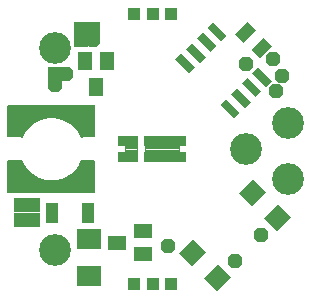
<source format=gts>
G75*
%MOIN*%
%OFA0B0*%
%FSLAX25Y25*%
%IPPOS*%
%LPD*%
%AMOC8*
5,1,8,0,0,1.08239X$1,22.5*
%
%ADD10R,0.05600X0.05600*%
%ADD11C,0.00500*%
%ADD12C,0.00160*%
%ADD13R,0.14380X0.03750*%
%ADD14R,0.06506X0.03750*%
%ADD15C,0.00394*%
%ADD16R,0.04537X0.06112*%
%ADD17R,0.06899X0.06112*%
%ADD18C,0.10600*%
%ADD19R,0.06112X0.04537*%
%ADD20R,0.04143X0.06899*%
%ADD21R,0.04143X0.05718*%
%ADD22R,0.02765X0.06506*%
%ADD23R,0.08080X0.06899*%
%ADD24R,0.04756X0.04756*%
%ADD25OC8,0.04756*%
%ADD26R,0.04362X0.04362*%
D10*
X0086061Y0071189D03*
X0086061Y0094811D03*
D11*
X0088620Y0094793D02*
X0059880Y0094793D01*
X0059880Y0094295D02*
X0088620Y0094295D01*
X0088620Y0093796D02*
X0073209Y0093796D01*
X0072944Y0093838D02*
X0074250Y0093630D01*
X0075549Y0093791D01*
X0076856Y0093747D01*
X0078141Y0093499D01*
X0079371Y0093053D01*
X0080517Y0092420D01*
X0081549Y0091616D01*
X0082442Y0090660D01*
X0083176Y0089576D01*
X0083730Y0088391D01*
X0084093Y0087134D01*
X0088620Y0087134D01*
X0088620Y0097370D01*
X0059880Y0097370D01*
X0059880Y0087134D01*
X0064407Y0087134D01*
X0064729Y0088417D01*
X0065257Y0089629D01*
X0065977Y0090739D01*
X0066869Y0091716D01*
X0067909Y0092533D01*
X0069069Y0093168D01*
X0070318Y0093604D01*
X0071621Y0093830D01*
X0072944Y0093838D01*
X0071427Y0093796D02*
X0059880Y0093796D01*
X0059880Y0093298D02*
X0069441Y0093298D01*
X0068396Y0092799D02*
X0059880Y0092799D01*
X0059880Y0092301D02*
X0067614Y0092301D01*
X0066979Y0091802D02*
X0059880Y0091802D01*
X0059880Y0091303D02*
X0066493Y0091303D01*
X0066037Y0090805D02*
X0059880Y0090805D01*
X0059880Y0090306D02*
X0065697Y0090306D01*
X0065373Y0089808D02*
X0059880Y0089808D01*
X0059880Y0089309D02*
X0065118Y0089309D01*
X0064901Y0088811D02*
X0059880Y0088811D01*
X0059880Y0088312D02*
X0064703Y0088312D01*
X0064578Y0087814D02*
X0059880Y0087814D01*
X0059880Y0087315D02*
X0064453Y0087315D01*
X0059880Y0095292D02*
X0088620Y0095292D01*
X0088620Y0095790D02*
X0059880Y0095790D01*
X0059880Y0096289D02*
X0088620Y0096289D01*
X0088620Y0096787D02*
X0059880Y0096787D01*
X0059880Y0097286D02*
X0088620Y0097286D01*
X0088620Y0093298D02*
X0078697Y0093298D01*
X0079831Y0092799D02*
X0088620Y0092799D01*
X0088620Y0092301D02*
X0080670Y0092301D01*
X0081310Y0091802D02*
X0088620Y0091802D01*
X0088620Y0091303D02*
X0081841Y0091303D01*
X0082307Y0090805D02*
X0088620Y0090805D01*
X0088620Y0090306D02*
X0082682Y0090306D01*
X0083019Y0089808D02*
X0088620Y0089808D01*
X0088620Y0089309D02*
X0083301Y0089309D01*
X0083534Y0088811D02*
X0088620Y0088811D01*
X0088620Y0088312D02*
X0083753Y0088312D01*
X0083897Y0087814D02*
X0088620Y0087814D01*
X0088620Y0087315D02*
X0084040Y0087315D01*
X0084093Y0078866D02*
X0088620Y0078866D01*
X0088620Y0068630D01*
X0059880Y0068630D01*
X0059880Y0078866D01*
X0064407Y0078866D01*
X0064770Y0077609D01*
X0065324Y0076424D01*
X0066058Y0075340D01*
X0066951Y0074384D01*
X0067983Y0073580D01*
X0069129Y0072947D01*
X0070359Y0072501D01*
X0071644Y0072253D01*
X0072951Y0072209D01*
X0074250Y0072370D01*
X0075556Y0072162D01*
X0076879Y0072170D01*
X0078182Y0072396D01*
X0079431Y0072832D01*
X0080591Y0073467D01*
X0081631Y0074284D01*
X0082523Y0075261D01*
X0083243Y0076371D01*
X0083771Y0077583D01*
X0084093Y0078866D01*
X0084086Y0078841D02*
X0088620Y0078841D01*
X0088620Y0078342D02*
X0083961Y0078342D01*
X0083836Y0077844D02*
X0088620Y0077844D01*
X0088620Y0077345D02*
X0083667Y0077345D01*
X0083450Y0076847D02*
X0088620Y0076847D01*
X0088620Y0076348D02*
X0083228Y0076348D01*
X0082905Y0075850D02*
X0088620Y0075850D01*
X0088620Y0075351D02*
X0082581Y0075351D01*
X0082150Y0074853D02*
X0088620Y0074853D01*
X0088620Y0074354D02*
X0081694Y0074354D01*
X0081085Y0073856D02*
X0088620Y0073856D01*
X0088620Y0073357D02*
X0080389Y0073357D01*
X0079479Y0072859D02*
X0088620Y0072859D01*
X0088620Y0072360D02*
X0077975Y0072360D01*
X0074313Y0072360D02*
X0074169Y0072360D01*
X0071088Y0072360D02*
X0059880Y0072360D01*
X0059880Y0071862D02*
X0088620Y0071862D01*
X0088620Y0071363D02*
X0059880Y0071363D01*
X0059880Y0070865D02*
X0088620Y0070865D01*
X0088620Y0070366D02*
X0059880Y0070366D01*
X0059880Y0069868D02*
X0088620Y0069868D01*
X0088620Y0069369D02*
X0059880Y0069369D01*
X0059880Y0068870D02*
X0088620Y0068870D01*
X0069372Y0072859D02*
X0059880Y0072859D01*
X0059880Y0073357D02*
X0068386Y0073357D01*
X0067629Y0073856D02*
X0059880Y0073856D01*
X0059880Y0074354D02*
X0066989Y0074354D01*
X0066513Y0074853D02*
X0059880Y0074853D01*
X0059880Y0075351D02*
X0066050Y0075351D01*
X0065713Y0075850D02*
X0059880Y0075850D01*
X0059880Y0076348D02*
X0065375Y0076348D01*
X0065126Y0076847D02*
X0059880Y0076847D01*
X0059880Y0077345D02*
X0064893Y0077345D01*
X0064702Y0077844D02*
X0059880Y0077844D01*
X0059880Y0078342D02*
X0064558Y0078342D01*
X0064415Y0078841D02*
X0059880Y0078841D01*
D12*
X0085354Y0087643D02*
X0084027Y0087085D01*
X0083922Y0087323D01*
X0083810Y0087558D01*
X0083694Y0087790D01*
X0083571Y0088019D01*
X0083443Y0088245D01*
X0083309Y0088468D01*
X0083170Y0088688D01*
X0083026Y0088904D01*
X0082876Y0089117D01*
X0082722Y0089326D01*
X0082562Y0089531D01*
X0082397Y0089732D01*
X0082228Y0089929D01*
X0082054Y0090122D01*
X0081875Y0090310D01*
X0081691Y0090494D01*
X0081503Y0090674D01*
X0081311Y0090849D01*
X0081114Y0091019D01*
X0080914Y0091184D01*
X0080709Y0091345D01*
X0080501Y0091500D01*
X0080289Y0091650D01*
X0080073Y0091796D01*
X0079854Y0091935D01*
X0079632Y0092070D01*
X0079406Y0092198D01*
X0079177Y0092322D01*
X0078945Y0092440D01*
X0078711Y0092552D01*
X0078474Y0092658D01*
X0078234Y0092758D01*
X0077992Y0092853D01*
X0077747Y0092942D01*
X0077501Y0093024D01*
X0077253Y0093101D01*
X0077002Y0093171D01*
X0076751Y0093236D01*
X0076497Y0093294D01*
X0076243Y0093346D01*
X0075987Y0093392D01*
X0075730Y0093432D01*
X0075472Y0093465D01*
X0075213Y0093492D01*
X0074954Y0093513D01*
X0074695Y0093527D01*
X0074435Y0093535D01*
X0074175Y0093537D01*
X0073915Y0093532D01*
X0073656Y0093521D01*
X0073396Y0093504D01*
X0073137Y0093480D01*
X0072879Y0093450D01*
X0072622Y0093414D01*
X0072365Y0093372D01*
X0072110Y0093323D01*
X0071856Y0093268D01*
X0071603Y0093207D01*
X0071352Y0093140D01*
X0071103Y0093066D01*
X0070855Y0092987D01*
X0070610Y0092901D01*
X0070367Y0092810D01*
X0070125Y0092713D01*
X0069887Y0092610D01*
X0069651Y0092501D01*
X0069418Y0092386D01*
X0069187Y0092266D01*
X0068960Y0092140D01*
X0068736Y0092008D01*
X0068515Y0091872D01*
X0068297Y0091729D01*
X0068083Y0091582D01*
X0067873Y0091429D01*
X0067666Y0091272D01*
X0067463Y0091109D01*
X0067265Y0090941D01*
X0067070Y0090769D01*
X0066880Y0090592D01*
X0066694Y0090410D01*
X0066512Y0090224D01*
X0066336Y0090033D01*
X0066163Y0089839D01*
X0065996Y0089640D01*
X0065834Y0089437D01*
X0065676Y0089230D01*
X0065524Y0089019D01*
X0065377Y0088805D01*
X0065235Y0088587D01*
X0065099Y0088366D01*
X0064967Y0088142D01*
X0064842Y0087914D01*
X0064722Y0087683D01*
X0064608Y0087450D01*
X0064499Y0087214D01*
X0064396Y0086975D01*
X0063063Y0087518D01*
X0063179Y0087790D01*
X0063302Y0088058D01*
X0063432Y0088323D01*
X0063568Y0088585D01*
X0063710Y0088844D01*
X0063859Y0089099D01*
X0064014Y0089351D01*
X0064175Y0089598D01*
X0064342Y0089842D01*
X0064515Y0090081D01*
X0064693Y0090316D01*
X0064878Y0090547D01*
X0065068Y0090773D01*
X0065263Y0090994D01*
X0065464Y0091211D01*
X0065670Y0091422D01*
X0065881Y0091629D01*
X0066097Y0091830D01*
X0066318Y0092026D01*
X0066543Y0092217D01*
X0066773Y0092402D01*
X0067008Y0092581D01*
X0067247Y0092754D01*
X0067490Y0092922D01*
X0067737Y0093084D01*
X0067988Y0093239D01*
X0068243Y0093389D01*
X0068501Y0093532D01*
X0068763Y0093669D01*
X0069028Y0093799D01*
X0069296Y0093923D01*
X0069567Y0094040D01*
X0069841Y0094151D01*
X0070117Y0094255D01*
X0070396Y0094352D01*
X0070677Y0094442D01*
X0070960Y0094525D01*
X0071245Y0094602D01*
X0071532Y0094671D01*
X0071821Y0094734D01*
X0072111Y0094789D01*
X0072402Y0094837D01*
X0072695Y0094879D01*
X0072988Y0094913D01*
X0073282Y0094939D01*
X0073577Y0094959D01*
X0073872Y0094972D01*
X0074167Y0094977D01*
X0074462Y0094975D01*
X0074757Y0094966D01*
X0075052Y0094949D01*
X0075347Y0094926D01*
X0075640Y0094895D01*
X0075933Y0094857D01*
X0076225Y0094812D01*
X0076516Y0094760D01*
X0076805Y0094701D01*
X0077093Y0094635D01*
X0077379Y0094561D01*
X0077663Y0094481D01*
X0077945Y0094394D01*
X0078225Y0094300D01*
X0078502Y0094199D01*
X0078777Y0094092D01*
X0079050Y0093978D01*
X0079319Y0093857D01*
X0079586Y0093729D01*
X0079849Y0093596D01*
X0080109Y0093455D01*
X0080365Y0093309D01*
X0080618Y0093156D01*
X0080867Y0092997D01*
X0081112Y0092832D01*
X0081352Y0092662D01*
X0081589Y0092485D01*
X0081821Y0092303D01*
X0082049Y0092115D01*
X0082272Y0091921D01*
X0082490Y0091722D01*
X0082704Y0091518D01*
X0082912Y0091309D01*
X0083115Y0091095D01*
X0083313Y0090875D01*
X0083505Y0090651D01*
X0083692Y0090423D01*
X0083874Y0090190D01*
X0084049Y0089952D01*
X0084219Y0089711D01*
X0084383Y0089465D01*
X0084540Y0089215D01*
X0084692Y0088962D01*
X0084837Y0088705D01*
X0084976Y0088444D01*
X0085109Y0088181D01*
X0085235Y0087914D01*
X0085355Y0087644D01*
X0085215Y0087585D01*
X0085097Y0087852D01*
X0084973Y0088115D01*
X0084842Y0088376D01*
X0084704Y0088633D01*
X0084561Y0088887D01*
X0084411Y0089137D01*
X0084256Y0089384D01*
X0084094Y0089626D01*
X0083926Y0089865D01*
X0083753Y0090099D01*
X0083574Y0090329D01*
X0083389Y0090555D01*
X0083199Y0090776D01*
X0083004Y0090993D01*
X0082803Y0091204D01*
X0082598Y0091411D01*
X0082387Y0091612D01*
X0082171Y0091809D01*
X0081951Y0092000D01*
X0081726Y0092185D01*
X0081497Y0092365D01*
X0081263Y0092540D01*
X0081025Y0092708D01*
X0080783Y0092871D01*
X0080538Y0093028D01*
X0080288Y0093179D01*
X0080035Y0093324D01*
X0079778Y0093462D01*
X0079518Y0093594D01*
X0079255Y0093720D01*
X0078989Y0093839D01*
X0078720Y0093952D01*
X0078449Y0094058D01*
X0078175Y0094158D01*
X0077898Y0094250D01*
X0077620Y0094336D01*
X0077339Y0094416D01*
X0077057Y0094488D01*
X0076773Y0094553D01*
X0076487Y0094612D01*
X0076200Y0094663D01*
X0075912Y0094708D01*
X0075623Y0094745D01*
X0075333Y0094775D01*
X0075042Y0094799D01*
X0074751Y0094815D01*
X0074459Y0094824D01*
X0074168Y0094826D01*
X0073876Y0094821D01*
X0073585Y0094808D01*
X0073294Y0094789D01*
X0073004Y0094762D01*
X0072714Y0094729D01*
X0072425Y0094688D01*
X0072138Y0094640D01*
X0071851Y0094586D01*
X0071566Y0094524D01*
X0071283Y0094456D01*
X0071001Y0094380D01*
X0070722Y0094298D01*
X0070444Y0094209D01*
X0070169Y0094113D01*
X0069896Y0094010D01*
X0069625Y0093901D01*
X0069358Y0093785D01*
X0069093Y0093663D01*
X0068832Y0093534D01*
X0068573Y0093399D01*
X0068318Y0093258D01*
X0068067Y0093110D01*
X0067819Y0092957D01*
X0067575Y0092797D01*
X0067335Y0092632D01*
X0067099Y0092460D01*
X0066867Y0092283D01*
X0066640Y0092101D01*
X0066417Y0091912D01*
X0066199Y0091719D01*
X0065986Y0091520D01*
X0065777Y0091316D01*
X0065574Y0091107D01*
X0065376Y0090894D01*
X0065183Y0090675D01*
X0064995Y0090452D01*
X0064813Y0090224D01*
X0064637Y0089992D01*
X0064466Y0089755D01*
X0064301Y0089515D01*
X0064142Y0089271D01*
X0063989Y0089022D01*
X0063842Y0088770D01*
X0063702Y0088515D01*
X0063567Y0088256D01*
X0063439Y0087994D01*
X0063318Y0087729D01*
X0063202Y0087461D01*
X0063342Y0087404D01*
X0063456Y0087669D01*
X0063576Y0087931D01*
X0063702Y0088189D01*
X0063835Y0088445D01*
X0063974Y0088697D01*
X0064119Y0088945D01*
X0064270Y0089190D01*
X0064427Y0089432D01*
X0064590Y0089669D01*
X0064758Y0089903D01*
X0064933Y0090132D01*
X0065112Y0090357D01*
X0065298Y0090577D01*
X0065488Y0090793D01*
X0065684Y0091004D01*
X0065885Y0091210D01*
X0066090Y0091411D01*
X0066301Y0091608D01*
X0066516Y0091799D01*
X0066736Y0091984D01*
X0066961Y0092165D01*
X0067189Y0092339D01*
X0067422Y0092509D01*
X0067659Y0092672D01*
X0067900Y0092830D01*
X0068145Y0092981D01*
X0068393Y0093127D01*
X0068645Y0093266D01*
X0068900Y0093400D01*
X0069158Y0093527D01*
X0069420Y0093647D01*
X0069684Y0093762D01*
X0069951Y0093869D01*
X0070220Y0093971D01*
X0070492Y0094065D01*
X0070766Y0094153D01*
X0071042Y0094235D01*
X0071321Y0094309D01*
X0071600Y0094377D01*
X0071882Y0094438D01*
X0072164Y0094492D01*
X0072448Y0094539D01*
X0072733Y0094579D01*
X0073019Y0094612D01*
X0073306Y0094638D01*
X0073593Y0094658D01*
X0073881Y0094670D01*
X0074169Y0094675D01*
X0074457Y0094673D01*
X0074744Y0094664D01*
X0075032Y0094648D01*
X0075319Y0094625D01*
X0075605Y0094595D01*
X0075890Y0094558D01*
X0076175Y0094514D01*
X0076458Y0094464D01*
X0076740Y0094406D01*
X0077021Y0094341D01*
X0077300Y0094270D01*
X0077577Y0094192D01*
X0077852Y0094107D01*
X0078125Y0094015D01*
X0078395Y0093917D01*
X0078663Y0093812D01*
X0078929Y0093701D01*
X0079192Y0093583D01*
X0079451Y0093459D01*
X0079708Y0093328D01*
X0079961Y0093192D01*
X0080211Y0093049D01*
X0080458Y0092900D01*
X0080700Y0092745D01*
X0080939Y0092585D01*
X0081174Y0092418D01*
X0081405Y0092246D01*
X0081631Y0092068D01*
X0081853Y0091885D01*
X0082071Y0091696D01*
X0082283Y0091502D01*
X0082491Y0091303D01*
X0082694Y0091099D01*
X0082893Y0090891D01*
X0083085Y0090677D01*
X0083273Y0090459D01*
X0083455Y0090236D01*
X0083632Y0090009D01*
X0083803Y0089777D01*
X0083969Y0089542D01*
X0084128Y0089302D01*
X0084282Y0089059D01*
X0084430Y0088812D01*
X0084572Y0088561D01*
X0084707Y0088307D01*
X0084837Y0088050D01*
X0084960Y0087790D01*
X0085076Y0087527D01*
X0084937Y0087468D01*
X0084822Y0087728D01*
X0084700Y0087985D01*
X0084573Y0088239D01*
X0084439Y0088489D01*
X0084299Y0088737D01*
X0084153Y0088980D01*
X0084001Y0089221D01*
X0083844Y0089457D01*
X0083680Y0089690D01*
X0083511Y0089918D01*
X0083337Y0090142D01*
X0083157Y0090362D01*
X0082972Y0090578D01*
X0082781Y0090789D01*
X0082586Y0090995D01*
X0082385Y0091196D01*
X0082180Y0091392D01*
X0081970Y0091584D01*
X0081755Y0091770D01*
X0081536Y0091951D01*
X0081312Y0092126D01*
X0081085Y0092296D01*
X0080853Y0092461D01*
X0080617Y0092619D01*
X0080377Y0092772D01*
X0080134Y0092919D01*
X0079888Y0093060D01*
X0079637Y0093195D01*
X0079384Y0093324D01*
X0079128Y0093446D01*
X0078868Y0093562D01*
X0078606Y0093672D01*
X0078342Y0093776D01*
X0078075Y0093873D01*
X0077805Y0093963D01*
X0077534Y0094047D01*
X0077260Y0094124D01*
X0076985Y0094195D01*
X0076708Y0094258D01*
X0076430Y0094315D01*
X0076150Y0094365D01*
X0075869Y0094409D01*
X0075587Y0094445D01*
X0075305Y0094475D01*
X0075021Y0094497D01*
X0074738Y0094513D01*
X0074454Y0094522D01*
X0074170Y0094524D01*
X0073885Y0094519D01*
X0073602Y0094507D01*
X0073318Y0094488D01*
X0073035Y0094462D01*
X0072753Y0094429D01*
X0072471Y0094390D01*
X0072191Y0094343D01*
X0071912Y0094290D01*
X0071634Y0094230D01*
X0071358Y0094163D01*
X0071084Y0094089D01*
X0070811Y0094009D01*
X0070540Y0093922D01*
X0070272Y0093829D01*
X0070006Y0093729D01*
X0069743Y0093622D01*
X0069482Y0093510D01*
X0069224Y0093391D01*
X0068969Y0093265D01*
X0068717Y0093134D01*
X0068468Y0092996D01*
X0068223Y0092852D01*
X0067982Y0092702D01*
X0067744Y0092547D01*
X0067510Y0092386D01*
X0067280Y0092219D01*
X0067054Y0092046D01*
X0066833Y0091868D01*
X0066616Y0091685D01*
X0066403Y0091496D01*
X0066195Y0091303D01*
X0065992Y0091104D01*
X0065794Y0090900D01*
X0065600Y0090692D01*
X0065412Y0090479D01*
X0065230Y0090261D01*
X0065052Y0090040D01*
X0064880Y0089813D01*
X0064714Y0089583D01*
X0064553Y0089349D01*
X0064398Y0089110D01*
X0064249Y0088869D01*
X0064106Y0088623D01*
X0063969Y0088374D01*
X0063838Y0088122D01*
X0063713Y0087867D01*
X0063594Y0087609D01*
X0063482Y0087347D01*
X0063622Y0087290D01*
X0063733Y0087548D01*
X0063850Y0087803D01*
X0063973Y0088055D01*
X0064102Y0088304D01*
X0064238Y0088549D01*
X0064379Y0088792D01*
X0064526Y0089030D01*
X0064679Y0089265D01*
X0064838Y0089497D01*
X0065002Y0089724D01*
X0065172Y0089947D01*
X0065347Y0090166D01*
X0065527Y0090381D01*
X0065713Y0090591D01*
X0065904Y0090797D01*
X0066099Y0090998D01*
X0066300Y0091194D01*
X0066505Y0091385D01*
X0066715Y0091571D01*
X0066929Y0091752D01*
X0067148Y0091928D01*
X0067371Y0092098D01*
X0067598Y0092263D01*
X0067829Y0092422D01*
X0068063Y0092575D01*
X0068302Y0092723D01*
X0068544Y0092865D01*
X0068789Y0093001D01*
X0069038Y0093131D01*
X0069289Y0093254D01*
X0069544Y0093372D01*
X0069801Y0093483D01*
X0070061Y0093588D01*
X0070324Y0093687D01*
X0070589Y0093779D01*
X0070856Y0093865D01*
X0071125Y0093944D01*
X0071396Y0094017D01*
X0071668Y0094083D01*
X0071942Y0094142D01*
X0072218Y0094195D01*
X0072494Y0094240D01*
X0072772Y0094280D01*
X0073051Y0094312D01*
X0073330Y0094337D01*
X0073610Y0094356D01*
X0073890Y0094368D01*
X0074170Y0094373D01*
X0074451Y0094371D01*
X0074731Y0094362D01*
X0075011Y0094347D01*
X0075291Y0094324D01*
X0075570Y0094295D01*
X0075848Y0094259D01*
X0076125Y0094217D01*
X0076401Y0094167D01*
X0076676Y0094111D01*
X0076949Y0094048D01*
X0077221Y0093978D01*
X0077491Y0093902D01*
X0077759Y0093819D01*
X0078025Y0093730D01*
X0078288Y0093635D01*
X0078549Y0093532D01*
X0078808Y0093424D01*
X0079064Y0093309D01*
X0079317Y0093188D01*
X0079567Y0093061D01*
X0079814Y0092928D01*
X0080057Y0092789D01*
X0080297Y0092644D01*
X0080534Y0092493D01*
X0080767Y0092337D01*
X0080995Y0092174D01*
X0081220Y0092007D01*
X0081441Y0091834D01*
X0081657Y0091655D01*
X0081869Y0091471D01*
X0082076Y0091283D01*
X0082279Y0091089D01*
X0082477Y0090890D01*
X0082670Y0090687D01*
X0082858Y0090478D01*
X0083041Y0090266D01*
X0083218Y0090049D01*
X0083391Y0089827D01*
X0083557Y0089602D01*
X0083719Y0089372D01*
X0083874Y0089139D01*
X0084024Y0088902D01*
X0084168Y0088661D01*
X0084306Y0088417D01*
X0084438Y0088170D01*
X0084564Y0087919D01*
X0084684Y0087666D01*
X0084798Y0087409D01*
X0084659Y0087351D01*
X0084546Y0087604D01*
X0084428Y0087854D01*
X0084304Y0088101D01*
X0084173Y0088345D01*
X0084037Y0088586D01*
X0083895Y0088824D01*
X0083747Y0089058D01*
X0083593Y0089288D01*
X0083434Y0089514D01*
X0083270Y0089737D01*
X0083100Y0089955D01*
X0082924Y0090169D01*
X0082744Y0090379D01*
X0082559Y0090585D01*
X0082368Y0090785D01*
X0082173Y0090981D01*
X0081973Y0091173D01*
X0081768Y0091359D01*
X0081559Y0091540D01*
X0081346Y0091716D01*
X0081128Y0091887D01*
X0080906Y0092053D01*
X0080680Y0092213D01*
X0080451Y0092367D01*
X0080217Y0092516D01*
X0079980Y0092659D01*
X0079740Y0092796D01*
X0079497Y0092928D01*
X0079250Y0093053D01*
X0079000Y0093172D01*
X0078748Y0093286D01*
X0078492Y0093393D01*
X0078235Y0093493D01*
X0077975Y0093588D01*
X0077712Y0093676D01*
X0077448Y0093757D01*
X0077181Y0093833D01*
X0076913Y0093901D01*
X0076644Y0093963D01*
X0076372Y0094019D01*
X0076100Y0094068D01*
X0075827Y0094110D01*
X0075552Y0094145D01*
X0075277Y0094174D01*
X0075001Y0094196D01*
X0074725Y0094211D01*
X0074448Y0094220D01*
X0074171Y0094222D01*
X0073895Y0094217D01*
X0073618Y0094205D01*
X0073342Y0094187D01*
X0073066Y0094162D01*
X0072791Y0094130D01*
X0072517Y0094091D01*
X0072244Y0094046D01*
X0071973Y0093994D01*
X0071702Y0093936D01*
X0071433Y0093870D01*
X0071166Y0093799D01*
X0070900Y0093721D01*
X0070637Y0093636D01*
X0070375Y0093545D01*
X0070116Y0093448D01*
X0069860Y0093344D01*
X0069606Y0093234D01*
X0069355Y0093118D01*
X0069106Y0092996D01*
X0068861Y0092868D01*
X0068619Y0092734D01*
X0068380Y0092594D01*
X0068145Y0092448D01*
X0067913Y0092297D01*
X0067685Y0092140D01*
X0067461Y0091977D01*
X0067241Y0091809D01*
X0067026Y0091636D01*
X0066814Y0091457D01*
X0066607Y0091274D01*
X0066405Y0091085D01*
X0066207Y0090892D01*
X0066014Y0090693D01*
X0065825Y0090491D01*
X0065642Y0090283D01*
X0065464Y0090071D01*
X0065291Y0089855D01*
X0065124Y0089635D01*
X0064962Y0089410D01*
X0064805Y0089182D01*
X0064654Y0088950D01*
X0064509Y0088715D01*
X0064369Y0088476D01*
X0064236Y0088233D01*
X0064108Y0087988D01*
X0063987Y0087739D01*
X0063871Y0087488D01*
X0063762Y0087234D01*
X0063902Y0087177D01*
X0064010Y0087427D01*
X0064124Y0087675D01*
X0064244Y0087921D01*
X0064369Y0088163D01*
X0064501Y0088402D01*
X0064639Y0088638D01*
X0064782Y0088870D01*
X0064931Y0089099D01*
X0065086Y0089324D01*
X0065246Y0089546D01*
X0065411Y0089763D01*
X0065581Y0089976D01*
X0065757Y0090185D01*
X0065938Y0090390D01*
X0066124Y0090590D01*
X0066314Y0090786D01*
X0066509Y0090976D01*
X0066709Y0091162D01*
X0066913Y0091344D01*
X0067122Y0091520D01*
X0067335Y0091691D01*
X0067552Y0091856D01*
X0067773Y0092017D01*
X0067998Y0092172D01*
X0068226Y0092321D01*
X0068458Y0092465D01*
X0068694Y0092603D01*
X0068933Y0092735D01*
X0069175Y0092862D01*
X0069420Y0092982D01*
X0069668Y0093097D01*
X0069918Y0093205D01*
X0070172Y0093307D01*
X0070427Y0093403D01*
X0070685Y0093493D01*
X0070945Y0093576D01*
X0071207Y0093654D01*
X0071471Y0093724D01*
X0071736Y0093788D01*
X0072003Y0093846D01*
X0072271Y0093897D01*
X0072540Y0093942D01*
X0072811Y0093980D01*
X0073082Y0094011D01*
X0073354Y0094036D01*
X0073626Y0094054D01*
X0073899Y0094066D01*
X0074172Y0094071D01*
X0074445Y0094069D01*
X0074718Y0094061D01*
X0074991Y0094045D01*
X0075263Y0094024D01*
X0075534Y0093995D01*
X0075805Y0093960D01*
X0076075Y0093919D01*
X0076344Y0093871D01*
X0076611Y0093816D01*
X0076877Y0093755D01*
X0077142Y0093687D01*
X0077405Y0093613D01*
X0077666Y0093532D01*
X0077924Y0093445D01*
X0078181Y0093352D01*
X0078435Y0093253D01*
X0078687Y0093147D01*
X0078936Y0093036D01*
X0079183Y0092918D01*
X0079426Y0092794D01*
X0079666Y0092665D01*
X0079904Y0092529D01*
X0080137Y0092388D01*
X0080367Y0092241D01*
X0080594Y0092089D01*
X0080817Y0091931D01*
X0081036Y0091768D01*
X0081250Y0091599D01*
X0081461Y0091425D01*
X0081667Y0091247D01*
X0081869Y0091063D01*
X0082067Y0090874D01*
X0082259Y0090681D01*
X0082447Y0090482D01*
X0082630Y0090280D01*
X0082808Y0090073D01*
X0082981Y0089862D01*
X0083149Y0089646D01*
X0083311Y0089427D01*
X0083468Y0089203D01*
X0083620Y0088976D01*
X0083766Y0088745D01*
X0083906Y0088511D01*
X0084041Y0088273D01*
X0084169Y0088033D01*
X0084292Y0087789D01*
X0084409Y0087542D01*
X0084519Y0087292D01*
X0084380Y0087234D01*
X0084271Y0087480D01*
X0084156Y0087723D01*
X0084035Y0087964D01*
X0083908Y0088202D01*
X0083775Y0088436D01*
X0083637Y0088667D01*
X0083493Y0088895D01*
X0083343Y0089119D01*
X0083188Y0089339D01*
X0083028Y0089556D01*
X0082863Y0089768D01*
X0082692Y0089976D01*
X0082516Y0090181D01*
X0082336Y0090380D01*
X0082151Y0090576D01*
X0081960Y0090767D01*
X0081766Y0090953D01*
X0081567Y0091134D01*
X0081363Y0091310D01*
X0081155Y0091482D01*
X0080943Y0091648D01*
X0080727Y0091809D01*
X0080508Y0091965D01*
X0080284Y0092115D01*
X0080057Y0092260D01*
X0079827Y0092399D01*
X0079593Y0092533D01*
X0079356Y0092661D01*
X0079116Y0092783D01*
X0078873Y0092899D01*
X0078627Y0093009D01*
X0078378Y0093113D01*
X0078128Y0093211D01*
X0077874Y0093303D01*
X0077619Y0093389D01*
X0077362Y0093468D01*
X0077102Y0093541D01*
X0076842Y0093608D01*
X0076579Y0093668D01*
X0076315Y0093722D01*
X0076050Y0093770D01*
X0075784Y0093811D01*
X0075517Y0093845D01*
X0075249Y0093873D01*
X0074980Y0093895D01*
X0074712Y0093910D01*
X0074442Y0093918D01*
X0074173Y0093920D01*
X0073904Y0093915D01*
X0073635Y0093904D01*
X0073366Y0093886D01*
X0073098Y0093861D01*
X0072830Y0093830D01*
X0072563Y0093793D01*
X0072298Y0093749D01*
X0072033Y0093698D01*
X0071770Y0093641D01*
X0071508Y0093578D01*
X0071248Y0093508D01*
X0070990Y0093432D01*
X0070733Y0093350D01*
X0070479Y0093261D01*
X0070227Y0093167D01*
X0069977Y0093066D01*
X0069730Y0092959D01*
X0069485Y0092846D01*
X0069243Y0092727D01*
X0069005Y0092602D01*
X0068769Y0092472D01*
X0068537Y0092336D01*
X0068308Y0092194D01*
X0068082Y0092047D01*
X0067861Y0091894D01*
X0067643Y0091736D01*
X0067429Y0091572D01*
X0067219Y0091404D01*
X0067013Y0091230D01*
X0066811Y0091051D01*
X0066614Y0090868D01*
X0066421Y0090679D01*
X0066234Y0090486D01*
X0066050Y0090289D01*
X0065872Y0090087D01*
X0065699Y0089881D01*
X0065530Y0089671D01*
X0065367Y0089456D01*
X0065210Y0089238D01*
X0065057Y0089016D01*
X0064910Y0088790D01*
X0064769Y0088561D01*
X0064633Y0088328D01*
X0064503Y0088093D01*
X0064379Y0087854D01*
X0064260Y0087612D01*
X0064148Y0087367D01*
X0064041Y0087120D01*
X0064181Y0087063D01*
X0064286Y0087307D01*
X0064397Y0087548D01*
X0064514Y0087786D01*
X0064637Y0088022D01*
X0064765Y0088255D01*
X0064899Y0088484D01*
X0065038Y0088710D01*
X0065183Y0088933D01*
X0065334Y0089152D01*
X0065489Y0089367D01*
X0065650Y0089578D01*
X0065816Y0089786D01*
X0065987Y0089989D01*
X0066163Y0090188D01*
X0066343Y0090383D01*
X0066529Y0090573D01*
X0066719Y0090759D01*
X0066913Y0090940D01*
X0067112Y0091116D01*
X0067315Y0091287D01*
X0067522Y0091454D01*
X0067733Y0091615D01*
X0067948Y0091771D01*
X0068167Y0091922D01*
X0068389Y0092067D01*
X0068615Y0092207D01*
X0068844Y0092341D01*
X0069077Y0092470D01*
X0069312Y0092593D01*
X0069551Y0092710D01*
X0069792Y0092821D01*
X0070035Y0092927D01*
X0070282Y0093026D01*
X0070530Y0093119D01*
X0070781Y0093207D01*
X0071034Y0093288D01*
X0071289Y0093363D01*
X0071546Y0093432D01*
X0071804Y0093494D01*
X0072063Y0093550D01*
X0072324Y0093600D01*
X0072586Y0093643D01*
X0072849Y0093680D01*
X0073113Y0093711D01*
X0073378Y0093735D01*
X0073643Y0093753D01*
X0073908Y0093764D01*
X0074174Y0093769D01*
X0074439Y0093767D01*
X0074705Y0093759D01*
X0074970Y0093744D01*
X0075235Y0093723D01*
X0075499Y0093695D01*
X0075763Y0093661D01*
X0076025Y0093621D01*
X0076287Y0093574D01*
X0076547Y0093521D01*
X0076806Y0093461D01*
X0077063Y0093395D01*
X0077319Y0093323D01*
X0077572Y0093245D01*
X0077824Y0093160D01*
X0078074Y0093070D01*
X0078321Y0092973D01*
X0078566Y0092870D01*
X0078809Y0092762D01*
X0079048Y0092647D01*
X0079285Y0092527D01*
X0079519Y0092401D01*
X0079750Y0092269D01*
X0079977Y0092132D01*
X0080201Y0091989D01*
X0080421Y0091841D01*
X0080638Y0091687D01*
X0080851Y0091529D01*
X0081060Y0091365D01*
X0081265Y0091196D01*
X0081466Y0091022D01*
X0081662Y0090843D01*
X0081854Y0090659D01*
X0082042Y0090471D01*
X0082225Y0090278D01*
X0082403Y0090081D01*
X0082576Y0089880D01*
X0082744Y0089674D01*
X0082907Y0089465D01*
X0083065Y0089251D01*
X0083218Y0089034D01*
X0083366Y0088813D01*
X0083508Y0088589D01*
X0083644Y0088361D01*
X0083775Y0088130D01*
X0083900Y0087895D01*
X0084020Y0087658D01*
X0084133Y0087418D01*
X0084241Y0087175D01*
X0084102Y0087117D01*
X0083996Y0087356D01*
X0083884Y0087593D01*
X0083766Y0087827D01*
X0083642Y0088058D01*
X0083513Y0088286D01*
X0083379Y0088510D01*
X0083238Y0088732D01*
X0083093Y0088950D01*
X0082942Y0089164D01*
X0082787Y0089374D01*
X0082626Y0089581D01*
X0082460Y0089784D01*
X0082289Y0089982D01*
X0082113Y0090176D01*
X0081933Y0090366D01*
X0081748Y0090552D01*
X0081559Y0090733D01*
X0081365Y0090909D01*
X0081167Y0091081D01*
X0080965Y0091247D01*
X0080759Y0091409D01*
X0080549Y0091566D01*
X0080335Y0091717D01*
X0080118Y0091863D01*
X0079897Y0092004D01*
X0079673Y0092139D01*
X0079445Y0092269D01*
X0079215Y0092393D01*
X0078981Y0092512D01*
X0078745Y0092625D01*
X0078506Y0092732D01*
X0078264Y0092833D01*
X0078020Y0092929D01*
X0077774Y0093018D01*
X0077526Y0093101D01*
X0077276Y0093179D01*
X0077024Y0093250D01*
X0076770Y0093315D01*
X0076515Y0093373D01*
X0076258Y0093426D01*
X0076000Y0093472D01*
X0075741Y0093512D01*
X0075481Y0093545D01*
X0075221Y0093573D01*
X0074960Y0093594D01*
X0074698Y0093608D01*
X0074437Y0093616D01*
X0074175Y0093618D01*
X0073913Y0093613D01*
X0073651Y0093602D01*
X0073390Y0093585D01*
X0073129Y0093561D01*
X0072869Y0093531D01*
X0072609Y0093494D01*
X0072351Y0093451D01*
X0072094Y0093402D01*
X0071838Y0093347D01*
X0071583Y0093285D01*
X0071330Y0093218D01*
X0071079Y0093144D01*
X0070829Y0093064D01*
X0070582Y0092978D01*
X0070337Y0092885D01*
X0070094Y0092787D01*
X0069854Y0092683D01*
X0069616Y0092574D01*
X0069381Y0092458D01*
X0069149Y0092337D01*
X0068919Y0092210D01*
X0068694Y0092078D01*
X0068471Y0091940D01*
X0068252Y0091796D01*
X0068036Y0091648D01*
X0067824Y0091494D01*
X0067616Y0091335D01*
X0067411Y0091171D01*
X0067211Y0091002D01*
X0067015Y0090829D01*
X0066824Y0090650D01*
X0066636Y0090467D01*
X0066453Y0090279D01*
X0066275Y0090087D01*
X0066102Y0089891D01*
X0065933Y0089691D01*
X0065770Y0089486D01*
X0065611Y0089278D01*
X0065458Y0089066D01*
X0065309Y0088850D01*
X0065166Y0088630D01*
X0065029Y0088407D01*
X0064897Y0088181D01*
X0064770Y0087952D01*
X0064649Y0087719D01*
X0064534Y0087484D01*
X0064425Y0087246D01*
X0064321Y0087006D01*
X0063146Y0078357D02*
X0064473Y0078915D01*
X0064578Y0078677D01*
X0064690Y0078442D01*
X0064806Y0078210D01*
X0064929Y0077981D01*
X0065057Y0077755D01*
X0065191Y0077532D01*
X0065330Y0077312D01*
X0065474Y0077096D01*
X0065624Y0076883D01*
X0065778Y0076674D01*
X0065938Y0076469D01*
X0066103Y0076268D01*
X0066272Y0076071D01*
X0066446Y0075878D01*
X0066625Y0075690D01*
X0066809Y0075506D01*
X0066997Y0075326D01*
X0067189Y0075151D01*
X0067386Y0074981D01*
X0067586Y0074816D01*
X0067791Y0074655D01*
X0067999Y0074500D01*
X0068211Y0074350D01*
X0068427Y0074204D01*
X0068646Y0074065D01*
X0068868Y0073930D01*
X0069094Y0073802D01*
X0069323Y0073678D01*
X0069555Y0073560D01*
X0069789Y0073448D01*
X0070026Y0073342D01*
X0070266Y0073242D01*
X0070508Y0073147D01*
X0070753Y0073058D01*
X0070999Y0072976D01*
X0071247Y0072899D01*
X0071498Y0072829D01*
X0071749Y0072764D01*
X0072003Y0072706D01*
X0072257Y0072654D01*
X0072513Y0072608D01*
X0072770Y0072568D01*
X0073028Y0072535D01*
X0073287Y0072508D01*
X0073546Y0072487D01*
X0073805Y0072473D01*
X0074065Y0072465D01*
X0074325Y0072463D01*
X0074585Y0072468D01*
X0074844Y0072479D01*
X0075104Y0072496D01*
X0075363Y0072520D01*
X0075621Y0072550D01*
X0075878Y0072586D01*
X0076135Y0072628D01*
X0076390Y0072677D01*
X0076644Y0072732D01*
X0076897Y0072793D01*
X0077148Y0072860D01*
X0077397Y0072934D01*
X0077645Y0073013D01*
X0077890Y0073099D01*
X0078133Y0073190D01*
X0078375Y0073287D01*
X0078613Y0073390D01*
X0078849Y0073499D01*
X0079082Y0073614D01*
X0079313Y0073734D01*
X0079540Y0073860D01*
X0079764Y0073992D01*
X0079985Y0074128D01*
X0080203Y0074271D01*
X0080417Y0074418D01*
X0080627Y0074571D01*
X0080834Y0074728D01*
X0081037Y0074891D01*
X0081235Y0075059D01*
X0081430Y0075231D01*
X0081620Y0075408D01*
X0081806Y0075590D01*
X0081988Y0075776D01*
X0082164Y0075967D01*
X0082337Y0076161D01*
X0082504Y0076360D01*
X0082666Y0076563D01*
X0082824Y0076770D01*
X0082976Y0076981D01*
X0083123Y0077195D01*
X0083265Y0077413D01*
X0083401Y0077634D01*
X0083533Y0077858D01*
X0083658Y0078086D01*
X0083778Y0078317D01*
X0083892Y0078550D01*
X0084001Y0078786D01*
X0084104Y0079025D01*
X0085437Y0078482D01*
X0085321Y0078210D01*
X0085198Y0077942D01*
X0085068Y0077677D01*
X0084932Y0077415D01*
X0084790Y0077156D01*
X0084641Y0076901D01*
X0084486Y0076649D01*
X0084325Y0076402D01*
X0084158Y0076158D01*
X0083985Y0075919D01*
X0083807Y0075684D01*
X0083622Y0075453D01*
X0083432Y0075227D01*
X0083237Y0075006D01*
X0083036Y0074789D01*
X0082830Y0074578D01*
X0082619Y0074371D01*
X0082403Y0074170D01*
X0082182Y0073974D01*
X0081957Y0073783D01*
X0081727Y0073598D01*
X0081492Y0073419D01*
X0081253Y0073246D01*
X0081010Y0073078D01*
X0080763Y0072916D01*
X0080512Y0072761D01*
X0080257Y0072611D01*
X0079999Y0072468D01*
X0079737Y0072331D01*
X0079472Y0072201D01*
X0079204Y0072077D01*
X0078933Y0071960D01*
X0078659Y0071849D01*
X0078383Y0071745D01*
X0078104Y0071648D01*
X0077823Y0071558D01*
X0077540Y0071475D01*
X0077255Y0071398D01*
X0076968Y0071329D01*
X0076679Y0071266D01*
X0076389Y0071211D01*
X0076098Y0071163D01*
X0075805Y0071121D01*
X0075512Y0071087D01*
X0075218Y0071061D01*
X0074923Y0071041D01*
X0074628Y0071028D01*
X0074333Y0071023D01*
X0074038Y0071025D01*
X0073743Y0071034D01*
X0073448Y0071051D01*
X0073153Y0071074D01*
X0072860Y0071105D01*
X0072567Y0071143D01*
X0072275Y0071188D01*
X0071984Y0071240D01*
X0071695Y0071299D01*
X0071407Y0071365D01*
X0071121Y0071439D01*
X0070837Y0071519D01*
X0070555Y0071606D01*
X0070275Y0071700D01*
X0069998Y0071801D01*
X0069723Y0071908D01*
X0069450Y0072022D01*
X0069181Y0072143D01*
X0068914Y0072271D01*
X0068651Y0072404D01*
X0068391Y0072545D01*
X0068135Y0072691D01*
X0067882Y0072844D01*
X0067633Y0073003D01*
X0067388Y0073168D01*
X0067148Y0073338D01*
X0066911Y0073515D01*
X0066679Y0073697D01*
X0066451Y0073885D01*
X0066228Y0074079D01*
X0066010Y0074278D01*
X0065796Y0074482D01*
X0065588Y0074691D01*
X0065385Y0074905D01*
X0065187Y0075125D01*
X0064995Y0075349D01*
X0064808Y0075577D01*
X0064626Y0075810D01*
X0064451Y0076048D01*
X0064281Y0076289D01*
X0064117Y0076535D01*
X0063960Y0076785D01*
X0063808Y0077038D01*
X0063663Y0077295D01*
X0063524Y0077556D01*
X0063391Y0077819D01*
X0063265Y0078086D01*
X0063145Y0078356D01*
X0063285Y0078415D01*
X0063403Y0078148D01*
X0063527Y0077885D01*
X0063658Y0077624D01*
X0063796Y0077367D01*
X0063939Y0077113D01*
X0064089Y0076863D01*
X0064244Y0076616D01*
X0064406Y0076374D01*
X0064574Y0076135D01*
X0064747Y0075901D01*
X0064926Y0075671D01*
X0065111Y0075445D01*
X0065301Y0075224D01*
X0065496Y0075007D01*
X0065697Y0074796D01*
X0065902Y0074589D01*
X0066113Y0074388D01*
X0066329Y0074191D01*
X0066549Y0074000D01*
X0066774Y0073815D01*
X0067003Y0073635D01*
X0067237Y0073460D01*
X0067475Y0073292D01*
X0067717Y0073129D01*
X0067962Y0072972D01*
X0068212Y0072821D01*
X0068465Y0072676D01*
X0068722Y0072538D01*
X0068982Y0072406D01*
X0069245Y0072280D01*
X0069511Y0072161D01*
X0069780Y0072048D01*
X0070051Y0071942D01*
X0070325Y0071842D01*
X0070602Y0071750D01*
X0070880Y0071664D01*
X0071161Y0071584D01*
X0071443Y0071512D01*
X0071727Y0071447D01*
X0072013Y0071388D01*
X0072300Y0071337D01*
X0072588Y0071292D01*
X0072877Y0071255D01*
X0073167Y0071225D01*
X0073458Y0071201D01*
X0073749Y0071185D01*
X0074041Y0071176D01*
X0074332Y0071174D01*
X0074624Y0071179D01*
X0074915Y0071192D01*
X0075206Y0071211D01*
X0075496Y0071238D01*
X0075786Y0071271D01*
X0076075Y0071312D01*
X0076362Y0071360D01*
X0076649Y0071414D01*
X0076934Y0071476D01*
X0077217Y0071544D01*
X0077499Y0071620D01*
X0077778Y0071702D01*
X0078056Y0071791D01*
X0078331Y0071887D01*
X0078604Y0071990D01*
X0078875Y0072099D01*
X0079142Y0072215D01*
X0079407Y0072337D01*
X0079668Y0072466D01*
X0079927Y0072601D01*
X0080182Y0072742D01*
X0080433Y0072890D01*
X0080681Y0073043D01*
X0080925Y0073203D01*
X0081165Y0073368D01*
X0081401Y0073540D01*
X0081633Y0073717D01*
X0081860Y0073899D01*
X0082083Y0074088D01*
X0082301Y0074281D01*
X0082514Y0074480D01*
X0082723Y0074684D01*
X0082926Y0074893D01*
X0083124Y0075106D01*
X0083317Y0075325D01*
X0083505Y0075548D01*
X0083687Y0075776D01*
X0083863Y0076008D01*
X0084034Y0076245D01*
X0084199Y0076485D01*
X0084358Y0076729D01*
X0084511Y0076978D01*
X0084658Y0077230D01*
X0084798Y0077485D01*
X0084933Y0077744D01*
X0085061Y0078006D01*
X0085182Y0078271D01*
X0085298Y0078539D01*
X0085158Y0078596D01*
X0085044Y0078331D01*
X0084924Y0078069D01*
X0084798Y0077811D01*
X0084665Y0077555D01*
X0084526Y0077303D01*
X0084381Y0077055D01*
X0084230Y0076810D01*
X0084073Y0076568D01*
X0083910Y0076331D01*
X0083742Y0076097D01*
X0083567Y0075868D01*
X0083388Y0075643D01*
X0083202Y0075423D01*
X0083012Y0075207D01*
X0082816Y0074996D01*
X0082615Y0074790D01*
X0082410Y0074589D01*
X0082199Y0074392D01*
X0081984Y0074201D01*
X0081764Y0074016D01*
X0081539Y0073835D01*
X0081311Y0073661D01*
X0081078Y0073491D01*
X0080841Y0073328D01*
X0080600Y0073170D01*
X0080355Y0073019D01*
X0080107Y0072873D01*
X0079855Y0072734D01*
X0079600Y0072600D01*
X0079342Y0072473D01*
X0079080Y0072353D01*
X0078816Y0072238D01*
X0078549Y0072131D01*
X0078280Y0072029D01*
X0078008Y0071935D01*
X0077734Y0071847D01*
X0077458Y0071765D01*
X0077179Y0071691D01*
X0076900Y0071623D01*
X0076618Y0071562D01*
X0076336Y0071508D01*
X0076052Y0071461D01*
X0075767Y0071421D01*
X0075481Y0071388D01*
X0075194Y0071362D01*
X0074907Y0071342D01*
X0074619Y0071330D01*
X0074331Y0071325D01*
X0074043Y0071327D01*
X0073756Y0071336D01*
X0073468Y0071352D01*
X0073181Y0071375D01*
X0072895Y0071405D01*
X0072610Y0071442D01*
X0072325Y0071486D01*
X0072042Y0071536D01*
X0071760Y0071594D01*
X0071479Y0071659D01*
X0071200Y0071730D01*
X0070923Y0071808D01*
X0070648Y0071893D01*
X0070375Y0071985D01*
X0070105Y0072083D01*
X0069837Y0072188D01*
X0069571Y0072299D01*
X0069308Y0072417D01*
X0069049Y0072541D01*
X0068792Y0072672D01*
X0068539Y0072808D01*
X0068289Y0072951D01*
X0068042Y0073100D01*
X0067800Y0073255D01*
X0067561Y0073415D01*
X0067326Y0073582D01*
X0067095Y0073754D01*
X0066869Y0073932D01*
X0066647Y0074115D01*
X0066429Y0074304D01*
X0066217Y0074498D01*
X0066009Y0074697D01*
X0065806Y0074901D01*
X0065607Y0075109D01*
X0065415Y0075323D01*
X0065227Y0075541D01*
X0065045Y0075764D01*
X0064868Y0075991D01*
X0064697Y0076223D01*
X0064531Y0076458D01*
X0064372Y0076698D01*
X0064218Y0076941D01*
X0064070Y0077188D01*
X0063928Y0077439D01*
X0063793Y0077693D01*
X0063663Y0077950D01*
X0063540Y0078210D01*
X0063424Y0078473D01*
X0063563Y0078532D01*
X0063678Y0078272D01*
X0063800Y0078015D01*
X0063927Y0077761D01*
X0064061Y0077511D01*
X0064201Y0077263D01*
X0064347Y0077020D01*
X0064499Y0076779D01*
X0064656Y0076543D01*
X0064820Y0076310D01*
X0064989Y0076082D01*
X0065163Y0075858D01*
X0065343Y0075638D01*
X0065528Y0075422D01*
X0065719Y0075211D01*
X0065914Y0075005D01*
X0066115Y0074804D01*
X0066320Y0074608D01*
X0066530Y0074416D01*
X0066745Y0074230D01*
X0066964Y0074049D01*
X0067188Y0073874D01*
X0067415Y0073704D01*
X0067647Y0073539D01*
X0067883Y0073381D01*
X0068123Y0073228D01*
X0068366Y0073081D01*
X0068612Y0072940D01*
X0068863Y0072805D01*
X0069116Y0072676D01*
X0069372Y0072554D01*
X0069632Y0072438D01*
X0069894Y0072328D01*
X0070158Y0072224D01*
X0070425Y0072127D01*
X0070695Y0072037D01*
X0070966Y0071953D01*
X0071240Y0071876D01*
X0071515Y0071805D01*
X0071792Y0071742D01*
X0072070Y0071685D01*
X0072350Y0071635D01*
X0072631Y0071591D01*
X0072913Y0071555D01*
X0073195Y0071525D01*
X0073479Y0071503D01*
X0073762Y0071487D01*
X0074046Y0071478D01*
X0074330Y0071476D01*
X0074615Y0071481D01*
X0074898Y0071493D01*
X0075182Y0071512D01*
X0075465Y0071538D01*
X0075747Y0071571D01*
X0076029Y0071610D01*
X0076309Y0071657D01*
X0076588Y0071710D01*
X0076866Y0071770D01*
X0077142Y0071837D01*
X0077416Y0071911D01*
X0077689Y0071991D01*
X0077960Y0072078D01*
X0078228Y0072171D01*
X0078494Y0072271D01*
X0078757Y0072378D01*
X0079018Y0072490D01*
X0079276Y0072609D01*
X0079531Y0072735D01*
X0079783Y0072866D01*
X0080032Y0073004D01*
X0080277Y0073148D01*
X0080518Y0073298D01*
X0080756Y0073453D01*
X0080990Y0073614D01*
X0081220Y0073781D01*
X0081446Y0073954D01*
X0081667Y0074132D01*
X0081884Y0074315D01*
X0082097Y0074504D01*
X0082305Y0074697D01*
X0082508Y0074896D01*
X0082706Y0075100D01*
X0082900Y0075308D01*
X0083088Y0075521D01*
X0083270Y0075739D01*
X0083448Y0075960D01*
X0083620Y0076187D01*
X0083786Y0076417D01*
X0083947Y0076651D01*
X0084102Y0076890D01*
X0084251Y0077131D01*
X0084394Y0077377D01*
X0084531Y0077626D01*
X0084662Y0077878D01*
X0084787Y0078133D01*
X0084906Y0078391D01*
X0085018Y0078653D01*
X0084878Y0078710D01*
X0084767Y0078452D01*
X0084650Y0078197D01*
X0084527Y0077945D01*
X0084398Y0077696D01*
X0084262Y0077451D01*
X0084121Y0077208D01*
X0083974Y0076970D01*
X0083821Y0076735D01*
X0083662Y0076503D01*
X0083498Y0076276D01*
X0083328Y0076053D01*
X0083153Y0075834D01*
X0082973Y0075619D01*
X0082787Y0075409D01*
X0082596Y0075203D01*
X0082401Y0075002D01*
X0082200Y0074806D01*
X0081995Y0074615D01*
X0081785Y0074429D01*
X0081571Y0074248D01*
X0081352Y0074072D01*
X0081129Y0073902D01*
X0080902Y0073737D01*
X0080671Y0073578D01*
X0080437Y0073425D01*
X0080198Y0073277D01*
X0079956Y0073135D01*
X0079711Y0072999D01*
X0079462Y0072869D01*
X0079211Y0072746D01*
X0078956Y0072628D01*
X0078699Y0072517D01*
X0078439Y0072412D01*
X0078176Y0072313D01*
X0077911Y0072221D01*
X0077644Y0072135D01*
X0077375Y0072056D01*
X0077104Y0071983D01*
X0076832Y0071917D01*
X0076558Y0071858D01*
X0076282Y0071805D01*
X0076006Y0071760D01*
X0075728Y0071720D01*
X0075449Y0071688D01*
X0075170Y0071663D01*
X0074890Y0071644D01*
X0074610Y0071632D01*
X0074330Y0071627D01*
X0074049Y0071629D01*
X0073769Y0071638D01*
X0073489Y0071653D01*
X0073209Y0071676D01*
X0072930Y0071705D01*
X0072652Y0071741D01*
X0072375Y0071783D01*
X0072099Y0071833D01*
X0071824Y0071889D01*
X0071551Y0071952D01*
X0071279Y0072022D01*
X0071009Y0072098D01*
X0070741Y0072181D01*
X0070475Y0072270D01*
X0070212Y0072365D01*
X0069951Y0072468D01*
X0069692Y0072576D01*
X0069436Y0072691D01*
X0069183Y0072812D01*
X0068933Y0072939D01*
X0068686Y0073072D01*
X0068443Y0073211D01*
X0068203Y0073356D01*
X0067966Y0073507D01*
X0067733Y0073663D01*
X0067505Y0073826D01*
X0067280Y0073993D01*
X0067059Y0074166D01*
X0066843Y0074345D01*
X0066631Y0074529D01*
X0066424Y0074717D01*
X0066221Y0074911D01*
X0066023Y0075110D01*
X0065830Y0075313D01*
X0065642Y0075522D01*
X0065459Y0075734D01*
X0065282Y0075951D01*
X0065109Y0076173D01*
X0064943Y0076398D01*
X0064781Y0076628D01*
X0064626Y0076861D01*
X0064476Y0077098D01*
X0064332Y0077339D01*
X0064194Y0077583D01*
X0064062Y0077830D01*
X0063936Y0078081D01*
X0063816Y0078334D01*
X0063702Y0078591D01*
X0063841Y0078649D01*
X0063954Y0078396D01*
X0064072Y0078146D01*
X0064196Y0077899D01*
X0064327Y0077655D01*
X0064463Y0077414D01*
X0064605Y0077176D01*
X0064753Y0076942D01*
X0064907Y0076712D01*
X0065066Y0076486D01*
X0065230Y0076263D01*
X0065400Y0076045D01*
X0065576Y0075831D01*
X0065756Y0075621D01*
X0065941Y0075415D01*
X0066132Y0075215D01*
X0066327Y0075019D01*
X0066527Y0074827D01*
X0066732Y0074641D01*
X0066941Y0074460D01*
X0067154Y0074284D01*
X0067372Y0074113D01*
X0067594Y0073947D01*
X0067820Y0073787D01*
X0068049Y0073633D01*
X0068283Y0073484D01*
X0068520Y0073341D01*
X0068760Y0073204D01*
X0069003Y0073072D01*
X0069250Y0072947D01*
X0069500Y0072828D01*
X0069752Y0072714D01*
X0070008Y0072607D01*
X0070265Y0072507D01*
X0070525Y0072412D01*
X0070788Y0072324D01*
X0071052Y0072243D01*
X0071319Y0072167D01*
X0071587Y0072099D01*
X0071856Y0072037D01*
X0072128Y0071981D01*
X0072400Y0071932D01*
X0072673Y0071890D01*
X0072948Y0071855D01*
X0073223Y0071826D01*
X0073499Y0071804D01*
X0073775Y0071789D01*
X0074052Y0071780D01*
X0074329Y0071778D01*
X0074605Y0071783D01*
X0074882Y0071795D01*
X0075158Y0071813D01*
X0075434Y0071838D01*
X0075709Y0071870D01*
X0075983Y0071909D01*
X0076256Y0071954D01*
X0076527Y0072006D01*
X0076798Y0072064D01*
X0077067Y0072130D01*
X0077334Y0072201D01*
X0077600Y0072279D01*
X0077863Y0072364D01*
X0078125Y0072455D01*
X0078384Y0072552D01*
X0078640Y0072656D01*
X0078894Y0072766D01*
X0079145Y0072882D01*
X0079394Y0073004D01*
X0079639Y0073132D01*
X0079881Y0073266D01*
X0080120Y0073406D01*
X0080355Y0073552D01*
X0080587Y0073703D01*
X0080815Y0073860D01*
X0081039Y0074023D01*
X0081259Y0074191D01*
X0081474Y0074364D01*
X0081686Y0074543D01*
X0081893Y0074726D01*
X0082095Y0074915D01*
X0082293Y0075108D01*
X0082486Y0075307D01*
X0082675Y0075509D01*
X0082858Y0075717D01*
X0083036Y0075929D01*
X0083209Y0076145D01*
X0083376Y0076365D01*
X0083538Y0076590D01*
X0083695Y0076818D01*
X0083846Y0077050D01*
X0083991Y0077285D01*
X0084131Y0077524D01*
X0084264Y0077767D01*
X0084392Y0078012D01*
X0084513Y0078261D01*
X0084629Y0078512D01*
X0084738Y0078766D01*
X0084598Y0078823D01*
X0084490Y0078573D01*
X0084376Y0078325D01*
X0084256Y0078079D01*
X0084131Y0077837D01*
X0083999Y0077598D01*
X0083861Y0077362D01*
X0083718Y0077130D01*
X0083569Y0076901D01*
X0083414Y0076676D01*
X0083254Y0076454D01*
X0083089Y0076237D01*
X0082919Y0076024D01*
X0082743Y0075815D01*
X0082562Y0075610D01*
X0082376Y0075410D01*
X0082186Y0075214D01*
X0081991Y0075024D01*
X0081791Y0074838D01*
X0081587Y0074656D01*
X0081378Y0074480D01*
X0081165Y0074309D01*
X0080948Y0074144D01*
X0080727Y0073983D01*
X0080502Y0073828D01*
X0080274Y0073679D01*
X0080042Y0073535D01*
X0079806Y0073397D01*
X0079567Y0073265D01*
X0079325Y0073138D01*
X0079080Y0073018D01*
X0078832Y0072903D01*
X0078582Y0072795D01*
X0078328Y0072693D01*
X0078073Y0072597D01*
X0077815Y0072507D01*
X0077555Y0072424D01*
X0077293Y0072346D01*
X0077029Y0072276D01*
X0076764Y0072212D01*
X0076497Y0072154D01*
X0076229Y0072103D01*
X0075960Y0072058D01*
X0075689Y0072020D01*
X0075418Y0071989D01*
X0075146Y0071964D01*
X0074874Y0071946D01*
X0074601Y0071934D01*
X0074328Y0071929D01*
X0074055Y0071931D01*
X0073782Y0071939D01*
X0073509Y0071955D01*
X0073237Y0071976D01*
X0072966Y0072005D01*
X0072695Y0072040D01*
X0072425Y0072081D01*
X0072156Y0072129D01*
X0071889Y0072184D01*
X0071623Y0072245D01*
X0071358Y0072313D01*
X0071095Y0072387D01*
X0070834Y0072468D01*
X0070576Y0072555D01*
X0070319Y0072648D01*
X0070065Y0072747D01*
X0069813Y0072853D01*
X0069564Y0072964D01*
X0069317Y0073082D01*
X0069074Y0073206D01*
X0068834Y0073335D01*
X0068596Y0073471D01*
X0068363Y0073612D01*
X0068133Y0073759D01*
X0067906Y0073911D01*
X0067683Y0074069D01*
X0067464Y0074232D01*
X0067250Y0074401D01*
X0067039Y0074575D01*
X0066833Y0074753D01*
X0066631Y0074937D01*
X0066433Y0075126D01*
X0066241Y0075319D01*
X0066053Y0075518D01*
X0065870Y0075720D01*
X0065692Y0075927D01*
X0065519Y0076138D01*
X0065351Y0076354D01*
X0065189Y0076573D01*
X0065032Y0076797D01*
X0064880Y0077024D01*
X0064734Y0077255D01*
X0064594Y0077489D01*
X0064459Y0077727D01*
X0064331Y0077967D01*
X0064208Y0078211D01*
X0064091Y0078458D01*
X0063981Y0078708D01*
X0064120Y0078766D01*
X0064229Y0078520D01*
X0064344Y0078277D01*
X0064465Y0078036D01*
X0064592Y0077798D01*
X0064725Y0077564D01*
X0064863Y0077333D01*
X0065007Y0077105D01*
X0065157Y0076881D01*
X0065312Y0076661D01*
X0065472Y0076444D01*
X0065637Y0076232D01*
X0065808Y0076024D01*
X0065984Y0075819D01*
X0066164Y0075620D01*
X0066349Y0075424D01*
X0066540Y0075233D01*
X0066734Y0075047D01*
X0066933Y0074866D01*
X0067137Y0074690D01*
X0067345Y0074518D01*
X0067557Y0074352D01*
X0067773Y0074191D01*
X0067992Y0074035D01*
X0068216Y0073885D01*
X0068443Y0073740D01*
X0068673Y0073601D01*
X0068907Y0073467D01*
X0069144Y0073339D01*
X0069384Y0073217D01*
X0069627Y0073101D01*
X0069873Y0072991D01*
X0070122Y0072887D01*
X0070372Y0072789D01*
X0070626Y0072697D01*
X0070881Y0072611D01*
X0071138Y0072532D01*
X0071398Y0072459D01*
X0071658Y0072392D01*
X0071921Y0072332D01*
X0072185Y0072278D01*
X0072450Y0072230D01*
X0072716Y0072189D01*
X0072983Y0072155D01*
X0073251Y0072127D01*
X0073520Y0072105D01*
X0073788Y0072090D01*
X0074058Y0072082D01*
X0074327Y0072080D01*
X0074596Y0072085D01*
X0074865Y0072096D01*
X0075134Y0072114D01*
X0075402Y0072139D01*
X0075670Y0072170D01*
X0075937Y0072207D01*
X0076202Y0072251D01*
X0076467Y0072302D01*
X0076730Y0072359D01*
X0076992Y0072422D01*
X0077252Y0072492D01*
X0077510Y0072568D01*
X0077767Y0072650D01*
X0078021Y0072739D01*
X0078273Y0072833D01*
X0078523Y0072934D01*
X0078770Y0073041D01*
X0079015Y0073154D01*
X0079257Y0073273D01*
X0079495Y0073398D01*
X0079731Y0073528D01*
X0079963Y0073664D01*
X0080192Y0073806D01*
X0080418Y0073953D01*
X0080639Y0074106D01*
X0080857Y0074264D01*
X0081071Y0074428D01*
X0081281Y0074596D01*
X0081487Y0074770D01*
X0081689Y0074949D01*
X0081886Y0075132D01*
X0082079Y0075321D01*
X0082266Y0075514D01*
X0082450Y0075711D01*
X0082628Y0075913D01*
X0082801Y0076119D01*
X0082970Y0076329D01*
X0083133Y0076544D01*
X0083290Y0076762D01*
X0083443Y0076984D01*
X0083590Y0077210D01*
X0083731Y0077439D01*
X0083867Y0077672D01*
X0083997Y0077907D01*
X0084121Y0078146D01*
X0084240Y0078388D01*
X0084352Y0078633D01*
X0084459Y0078880D01*
X0084319Y0078937D01*
X0084214Y0078693D01*
X0084103Y0078452D01*
X0083986Y0078214D01*
X0083863Y0077978D01*
X0083735Y0077745D01*
X0083601Y0077516D01*
X0083462Y0077290D01*
X0083317Y0077067D01*
X0083166Y0076848D01*
X0083011Y0076633D01*
X0082850Y0076422D01*
X0082684Y0076214D01*
X0082513Y0076011D01*
X0082337Y0075812D01*
X0082157Y0075617D01*
X0081971Y0075427D01*
X0081781Y0075241D01*
X0081587Y0075060D01*
X0081388Y0074884D01*
X0081185Y0074713D01*
X0080978Y0074546D01*
X0080767Y0074385D01*
X0080552Y0074229D01*
X0080333Y0074078D01*
X0080111Y0073933D01*
X0079885Y0073793D01*
X0079656Y0073659D01*
X0079423Y0073530D01*
X0079188Y0073407D01*
X0078949Y0073290D01*
X0078708Y0073179D01*
X0078465Y0073073D01*
X0078218Y0072974D01*
X0077970Y0072881D01*
X0077719Y0072793D01*
X0077466Y0072712D01*
X0077211Y0072637D01*
X0076954Y0072568D01*
X0076696Y0072506D01*
X0076437Y0072450D01*
X0076176Y0072400D01*
X0075914Y0072357D01*
X0075651Y0072320D01*
X0075387Y0072289D01*
X0075122Y0072265D01*
X0074857Y0072247D01*
X0074592Y0072236D01*
X0074326Y0072231D01*
X0074061Y0072233D01*
X0073795Y0072241D01*
X0073530Y0072256D01*
X0073265Y0072277D01*
X0073001Y0072305D01*
X0072737Y0072339D01*
X0072475Y0072379D01*
X0072213Y0072426D01*
X0071953Y0072479D01*
X0071694Y0072539D01*
X0071437Y0072605D01*
X0071181Y0072677D01*
X0070928Y0072755D01*
X0070676Y0072840D01*
X0070426Y0072930D01*
X0070179Y0073027D01*
X0069934Y0073130D01*
X0069691Y0073238D01*
X0069452Y0073353D01*
X0069215Y0073473D01*
X0068981Y0073599D01*
X0068750Y0073731D01*
X0068523Y0073868D01*
X0068299Y0074011D01*
X0068079Y0074159D01*
X0067862Y0074313D01*
X0067649Y0074471D01*
X0067440Y0074635D01*
X0067235Y0074804D01*
X0067034Y0074978D01*
X0066838Y0075157D01*
X0066646Y0075341D01*
X0066458Y0075529D01*
X0066275Y0075722D01*
X0066097Y0075919D01*
X0065924Y0076120D01*
X0065756Y0076326D01*
X0065593Y0076535D01*
X0065435Y0076749D01*
X0065282Y0076966D01*
X0065134Y0077187D01*
X0064992Y0077411D01*
X0064856Y0077639D01*
X0064725Y0077870D01*
X0064600Y0078105D01*
X0064480Y0078342D01*
X0064367Y0078582D01*
X0064259Y0078825D01*
X0064398Y0078883D01*
X0064504Y0078644D01*
X0064616Y0078407D01*
X0064734Y0078173D01*
X0064858Y0077942D01*
X0064987Y0077714D01*
X0065121Y0077490D01*
X0065262Y0077268D01*
X0065407Y0077050D01*
X0065558Y0076836D01*
X0065713Y0076626D01*
X0065874Y0076419D01*
X0066040Y0076216D01*
X0066211Y0076018D01*
X0066387Y0075824D01*
X0066567Y0075634D01*
X0066752Y0075448D01*
X0066941Y0075267D01*
X0067135Y0075091D01*
X0067333Y0074919D01*
X0067535Y0074753D01*
X0067741Y0074591D01*
X0067951Y0074434D01*
X0068165Y0074283D01*
X0068382Y0074137D01*
X0068603Y0073996D01*
X0068827Y0073861D01*
X0069055Y0073731D01*
X0069285Y0073607D01*
X0069519Y0073488D01*
X0069755Y0073375D01*
X0069994Y0073268D01*
X0070236Y0073167D01*
X0070480Y0073071D01*
X0070726Y0072982D01*
X0070974Y0072899D01*
X0071224Y0072821D01*
X0071476Y0072750D01*
X0071730Y0072685D01*
X0071985Y0072627D01*
X0072242Y0072574D01*
X0072500Y0072528D01*
X0072759Y0072488D01*
X0073019Y0072455D01*
X0073279Y0072427D01*
X0073540Y0072406D01*
X0073802Y0072392D01*
X0074063Y0072384D01*
X0074325Y0072382D01*
X0074587Y0072387D01*
X0074849Y0072398D01*
X0075110Y0072415D01*
X0075371Y0072439D01*
X0075631Y0072469D01*
X0075891Y0072506D01*
X0076149Y0072549D01*
X0076406Y0072598D01*
X0076662Y0072653D01*
X0076917Y0072715D01*
X0077170Y0072782D01*
X0077421Y0072856D01*
X0077671Y0072936D01*
X0077918Y0073022D01*
X0078163Y0073115D01*
X0078406Y0073213D01*
X0078646Y0073317D01*
X0078884Y0073426D01*
X0079119Y0073542D01*
X0079351Y0073663D01*
X0079581Y0073790D01*
X0079806Y0073922D01*
X0080029Y0074060D01*
X0080248Y0074204D01*
X0080464Y0074352D01*
X0080676Y0074506D01*
X0080884Y0074665D01*
X0081089Y0074829D01*
X0081289Y0074998D01*
X0081485Y0075171D01*
X0081676Y0075350D01*
X0081864Y0075533D01*
X0082047Y0075721D01*
X0082225Y0075913D01*
X0082398Y0076109D01*
X0082567Y0076309D01*
X0082730Y0076514D01*
X0082889Y0076722D01*
X0083042Y0076934D01*
X0083191Y0077150D01*
X0083334Y0077370D01*
X0083471Y0077593D01*
X0083603Y0077819D01*
X0083730Y0078048D01*
X0083851Y0078281D01*
X0083966Y0078516D01*
X0084075Y0078754D01*
X0084179Y0078994D01*
D13*
X0112134Y0080244D03*
X0112134Y0085756D03*
D14*
X0099929Y0085756D03*
X0099929Y0080244D03*
D15*
X0098945Y0080410D02*
X0102685Y0080410D01*
X0102685Y0080802D02*
X0098945Y0080802D01*
X0098945Y0081194D02*
X0102685Y0081194D01*
X0102685Y0081586D02*
X0098945Y0081586D01*
X0098945Y0081979D02*
X0102685Y0081979D01*
X0102685Y0082371D02*
X0098945Y0082371D01*
X0098945Y0082763D02*
X0102685Y0082763D01*
X0102685Y0083155D02*
X0098945Y0083155D01*
X0098945Y0083547D02*
X0102685Y0083547D01*
X0102685Y0083940D02*
X0098945Y0083940D01*
X0098945Y0084332D02*
X0102685Y0084332D01*
X0102685Y0084724D02*
X0098945Y0084724D01*
X0098945Y0085116D02*
X0102685Y0085116D01*
X0102685Y0085508D02*
X0098945Y0085508D01*
X0098945Y0085901D02*
X0102685Y0085901D01*
X0102685Y0086293D02*
X0098945Y0086293D01*
X0098945Y0086685D02*
X0102685Y0086685D01*
X0102685Y0087077D02*
X0098945Y0087077D01*
X0098945Y0087134D02*
X0102685Y0087134D01*
X0102685Y0078866D01*
X0098945Y0078866D01*
X0098945Y0087134D01*
X0105441Y0087134D02*
X0105441Y0078866D01*
X0116858Y0078866D01*
X0116819Y0087134D01*
X0105441Y0087134D01*
X0105441Y0087077D02*
X0116819Y0087077D01*
X0116821Y0086685D02*
X0105441Y0086685D01*
X0105441Y0086293D02*
X0116823Y0086293D01*
X0116825Y0085901D02*
X0105441Y0085901D01*
X0105441Y0085508D02*
X0116827Y0085508D01*
X0116829Y0085116D02*
X0105441Y0085116D01*
X0105441Y0084724D02*
X0116830Y0084724D01*
X0116832Y0084332D02*
X0105441Y0084332D01*
X0105441Y0083940D02*
X0116834Y0083940D01*
X0116836Y0083547D02*
X0105441Y0083547D01*
X0105441Y0083155D02*
X0116838Y0083155D01*
X0116840Y0082763D02*
X0105441Y0082763D01*
X0105441Y0082371D02*
X0116842Y0082371D01*
X0116843Y0081979D02*
X0105441Y0081979D01*
X0105441Y0081586D02*
X0116845Y0081586D01*
X0116847Y0081194D02*
X0105441Y0081194D01*
X0105441Y0080802D02*
X0116849Y0080802D01*
X0116851Y0080410D02*
X0105441Y0080410D01*
X0105441Y0080017D02*
X0116853Y0080017D01*
X0116855Y0079625D02*
X0105441Y0079625D01*
X0105441Y0079233D02*
X0116857Y0079233D01*
X0102685Y0079233D02*
X0098945Y0079233D01*
X0098945Y0079625D02*
X0102685Y0079625D01*
X0102685Y0080017D02*
X0098945Y0080017D01*
D16*
X0089250Y0103669D03*
X0085510Y0112331D03*
X0092990Y0112331D03*
D17*
G36*
X0145945Y0068725D02*
X0141069Y0063849D01*
X0136747Y0068171D01*
X0141623Y0073047D01*
X0145945Y0068725D01*
G37*
G36*
X0154297Y0060373D02*
X0149421Y0055497D01*
X0145099Y0059819D01*
X0149975Y0064695D01*
X0154297Y0060373D01*
G37*
G36*
X0134253Y0040329D02*
X0129377Y0035453D01*
X0125055Y0039775D01*
X0129931Y0044651D01*
X0134253Y0040329D01*
G37*
G36*
X0125901Y0048681D02*
X0121025Y0043805D01*
X0116703Y0048127D01*
X0121579Y0053003D01*
X0125901Y0048681D01*
G37*
D18*
X0075500Y0049250D03*
X0139250Y0083000D03*
X0153000Y0091750D03*
X0153000Y0073000D03*
X0075500Y0116750D03*
D19*
X0104831Y0055490D03*
X0096169Y0051750D03*
X0104831Y0048010D03*
D20*
X0086602Y0061750D03*
X0074398Y0061750D03*
D21*
G36*
X0143838Y0113119D02*
X0140909Y0116048D01*
X0144952Y0120091D01*
X0147881Y0117162D01*
X0143838Y0113119D01*
G37*
G36*
X0138548Y0118409D02*
X0135619Y0121338D01*
X0139662Y0125381D01*
X0142591Y0122452D01*
X0138548Y0118409D01*
G37*
D22*
G36*
X0126260Y0123392D02*
X0128215Y0125347D01*
X0132814Y0120748D01*
X0130859Y0118793D01*
X0126260Y0123392D01*
G37*
G36*
X0122724Y0119856D02*
X0124679Y0121811D01*
X0129278Y0117212D01*
X0127323Y0115257D01*
X0122724Y0119856D01*
G37*
G36*
X0119189Y0116321D02*
X0121144Y0118276D01*
X0125743Y0113677D01*
X0123788Y0111722D01*
X0119189Y0116321D01*
G37*
G36*
X0115653Y0112785D02*
X0117608Y0114740D01*
X0122207Y0110141D01*
X0120252Y0108186D01*
X0115653Y0112785D01*
G37*
G36*
X0134222Y0101288D02*
X0136177Y0103243D01*
X0140776Y0098644D01*
X0138821Y0096689D01*
X0134222Y0101288D01*
G37*
G36*
X0137757Y0104823D02*
X0139712Y0106778D01*
X0144311Y0102179D01*
X0142356Y0100224D01*
X0137757Y0104823D01*
G37*
G36*
X0141293Y0108359D02*
X0143248Y0110314D01*
X0147847Y0105715D01*
X0145892Y0103760D01*
X0141293Y0108359D01*
G37*
G36*
X0130686Y0097752D02*
X0132641Y0099707D01*
X0137240Y0095108D01*
X0135285Y0093153D01*
X0130686Y0097752D01*
G37*
D23*
X0086750Y0052852D03*
X0086750Y0040648D03*
D24*
X0068000Y0059250D03*
X0064250Y0059250D03*
X0064250Y0064250D03*
X0068000Y0064250D03*
X0075500Y0108000D03*
X0084250Y0119250D03*
X0084250Y0123000D03*
X0088000Y0123000D03*
D25*
X0088000Y0119250D03*
X0079250Y0108000D03*
X0075500Y0104250D03*
X0139250Y0111125D03*
X0148000Y0113000D03*
X0151125Y0107375D03*
X0149250Y0102375D03*
X0144250Y0054250D03*
X0135500Y0045500D03*
X0113000Y0050500D03*
D26*
X0114250Y0038000D03*
X0108000Y0038000D03*
X0101750Y0038000D03*
X0101750Y0128000D03*
X0108000Y0128000D03*
X0114250Y0128000D03*
M02*

</source>
